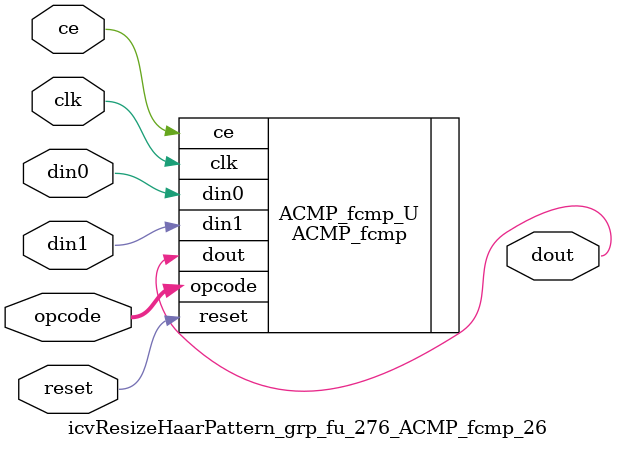
<source format=v>

`timescale 1 ns / 1 ps
module icvResizeHaarPattern_grp_fu_276_ACMP_fcmp_26(
    clk,
    reset,
    ce,
    din0,
    din1,
    opcode,
    dout);

parameter ID = 32'd1;
parameter NUM_STAGE = 32'd1;
parameter din0_WIDTH = 32'd1;
parameter din1_WIDTH = 32'd1;
parameter dout_WIDTH = 32'd1;
input clk;
input reset;
input ce;
input[din0_WIDTH - 1:0] din0;
input[din1_WIDTH - 1:0] din1;
input[5 - 1:0] opcode;
output[dout_WIDTH - 1:0] dout;



ACMP_fcmp #(
.ID( ID ),
.NUM_STAGE( 3 ),
.din0_WIDTH( din0_WIDTH ),
.din1_WIDTH( din1_WIDTH ),
.dout_WIDTH( dout_WIDTH ))
ACMP_fcmp_U(
    .clk( clk ),
    .reset( reset ),
    .ce( ce ),
    .din0( din0 ),
    .din1( din1 ),
    .dout( dout ),
    .opcode( opcode ));

endmodule

</source>
